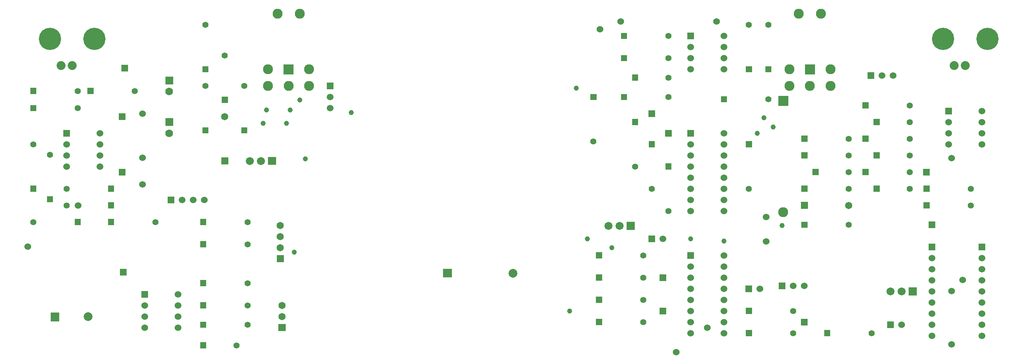
<source format=gbr>
G04 start of page 8 for group 6 idx 6 *
G04 Title: (unknown), signal2 *
G04 Creator: pcb 20091103 *
G04 CreationDate: Wed Apr 21 20:11:35 2010 UTC *
G04 For: fosse *
G04 Format: Gerber/RS-274X *
G04 PCB-Dimensions: 1200000 1000000 *
G04 PCB-Coordinate-Origin: lower left *
%MOIN*%
%FSLAX25Y25*%
%LNGROUP6*%
%ADD11C,0.0200*%
%ADD12C,0.0350*%
%ADD15C,0.0550*%
%ADD16C,0.0600*%
%ADD17C,0.0800*%
%ADD18C,0.2000*%
%ADD19C,0.0900*%
%ADD20C,0.0650*%
%ADD21C,0.0787*%
%ADD22C,0.0720*%
%ADD23C,0.0700*%
%ADD24C,0.0460*%
%ADD26C,0.0300*%
%ADD27C,0.0380*%
%ADD28C,0.0320*%
%ADD29C,0.0790*%
%ADD30C,0.0280*%
%ADD31C,0.0500*%
%ADD32C,0.0510*%
%ADD33C,0.0395*%
%ADD34C,0.0420*%
%ADD35C,0.0315*%
%ADD36C,0.0472*%
G54D11*G36*
X918250Y691750D02*Y686250D01*
X923750D01*
Y691750D01*
X918250D01*
G37*
G54D15*X951000Y689000D03*
G54D11*G36*
X913000Y734000D02*Y728000D01*
X919000D01*
Y734000D01*
X913000D01*
G37*
G54D16*X926000Y731000D03*
X936000D03*
G54D15*X951000Y704000D03*
G54D17*X991000Y740000D03*
G54D18*X981000Y764000D03*
G54D17*X1001000Y740000D03*
G54D18*X1021000Y764000D03*
G54D11*G36*
X983000Y702000D02*Y696000D01*
X989000D01*
Y702000D01*
X983000D01*
G37*
G54D16*X986000Y689000D03*
Y679000D03*
Y669000D03*
G54D11*G36*
X908250Y706750D02*Y701250D01*
X913750D01*
Y706750D01*
X908250D01*
G37*
G36*
X853250Y661750D02*Y656250D01*
X858750D01*
Y661750D01*
X853250D01*
G37*
G36*
X832500Y712500D02*Y703500D01*
X841500D01*
Y712500D01*
X832500D01*
G37*
G54D19*X842500Y721500D03*
X861000D03*
X879500D03*
G54D15*X823500Y709500D03*
G54D11*G36*
X853250Y676750D02*Y671250D01*
X858750D01*
Y676750D01*
X853250D01*
G37*
G36*
X820750Y739250D02*Y733750D01*
X826250D01*
Y739250D01*
X820750D01*
G37*
G36*
X856500Y741000D02*Y732000D01*
X865500D01*
Y741000D01*
X856500D01*
G37*
G54D19*X842500Y736500D03*
X879500D03*
X851000Y786500D03*
X871000D03*
G54D11*G36*
X963250Y616750D02*Y611250D01*
X968750D01*
Y616750D01*
X963250D01*
G37*
G36*
X963000Y647000D02*Y641000D01*
X969000D01*
Y647000D01*
X963000D01*
G37*
G36*
X963250Y631750D02*Y626250D01*
X968750D01*
Y631750D01*
X963250D01*
G37*
G54D15*X951000Y629000D03*
Y644000D03*
X896000Y659000D03*
G54D11*G36*
X908250Y676750D02*Y671250D01*
X913750D01*
Y676750D01*
X908250D01*
G37*
G54D15*X951000Y674000D03*
X896000D03*
G54D11*G36*
X918250Y631750D02*Y626250D01*
X923750D01*
Y631750D01*
X918250D01*
G37*
G36*
X908250Y646750D02*Y641250D01*
X913750D01*
Y646750D01*
X908250D01*
G37*
G36*
X853250Y631750D02*Y626250D01*
X858750D01*
Y631750D01*
X853250D01*
G37*
G36*
X863250Y646750D02*Y641250D01*
X868750D01*
Y646750D01*
X863250D01*
G37*
G54D15*X896000Y629000D03*
G54D20*Y614000D03*
G54D15*Y644000D03*
G54D11*G36*
X852750Y617250D02*Y610750D01*
X859250D01*
Y617250D01*
X852750D01*
G37*
G54D16*X1016000Y669000D03*
Y679000D03*
Y689000D03*
Y699000D03*
G54D11*G36*
X918250Y661750D02*Y656250D01*
X923750D01*
Y661750D01*
X918250D01*
G37*
G54D15*X951000Y659000D03*
G54D11*G36*
X968000Y599500D02*Y593500D01*
X974000D01*
Y599500D01*
X968000D01*
G37*
G54D15*X823500Y776500D03*
X733500Y729000D03*
G54D11*G36*
X780750Y712250D02*Y706750D01*
X786250D01*
Y712250D01*
X780750D01*
G37*
G36*
X668250Y531750D02*Y526250D01*
X673750D01*
Y531750D01*
X668250D01*
G37*
G54D15*X711000Y529000D03*
G54D11*G36*
X668250Y511750D02*Y506250D01*
X673750D01*
Y511750D01*
X668250D01*
G37*
G54D15*X711000Y509000D03*
G54D11*G36*
X530536Y556937D02*Y549063D01*
X538410D01*
Y556937D01*
X530536D01*
G37*
G54D21*X593528Y553000D03*
G54D16*X753500Y629000D03*
Y619000D03*
G54D11*G36*
X695900Y599100D02*Y591900D01*
X703100D01*
Y599100D01*
X695900D01*
G37*
G54D22*X689500Y595500D03*
X679500D03*
G54D15*X666000Y671500D03*
G54D11*G36*
X668250Y571750D02*Y566250D01*
X673750D01*
Y571750D01*
X668250D01*
G37*
G36*
Y551750D02*Y546250D01*
X673750D01*
Y551750D01*
X668250D01*
G37*
G36*
X715750Y671750D02*Y666250D01*
X721250D01*
Y671750D01*
X715750D01*
G37*
G54D15*X718500Y629000D03*
X711000Y569000D03*
G54D11*G36*
X715500Y587000D02*Y581000D01*
X721500D01*
Y587000D01*
X715500D01*
G37*
G54D16*X728500Y584000D03*
G54D15*X711000Y549000D03*
X703500Y649000D03*
G54D11*G36*
X725500Y552000D02*Y546000D01*
X731500D01*
Y552000D01*
X725500D01*
G37*
G36*
X750500Y572000D02*Y566000D01*
X756500D01*
Y572000D01*
X750500D01*
G37*
G54D16*X753500Y559000D03*
Y549000D03*
Y539000D03*
Y529000D03*
Y519000D03*
Y509000D03*
Y499000D03*
X783500D03*
Y509000D03*
Y519000D03*
G54D11*G36*
X725500Y522000D02*Y516000D01*
X731500D01*
Y522000D01*
X725500D01*
G37*
G36*
X803250Y501750D02*Y496250D01*
X808750D01*
Y501750D01*
X803250D01*
G37*
G36*
Y739250D02*Y733750D01*
X808750D01*
Y739250D01*
X803250D01*
G37*
G54D15*X806000Y776500D03*
G54D16*X783500Y736500D03*
Y746500D03*
Y756500D03*
Y766500D03*
G54D11*G36*
X730750Y651750D02*Y646250D01*
X736250D01*
Y651750D01*
X730750D01*
G37*
G54D16*X753500Y669000D03*
Y659000D03*
Y649000D03*
Y639000D03*
X783500Y619000D03*
Y629000D03*
Y639000D03*
Y649000D03*
Y659000D03*
Y669000D03*
Y679000D03*
G54D11*G36*
X750500Y682000D02*Y676000D01*
X756500D01*
Y682000D01*
X750500D01*
G37*
G36*
X715500Y699500D02*Y693500D01*
X721500D01*
Y699500D01*
X715500D01*
G37*
G36*
X730500Y682000D02*Y676000D01*
X736500D01*
Y682000D01*
X730500D01*
G37*
G36*
X700750Y691750D02*Y686250D01*
X706250D01*
Y691750D01*
X700750D01*
G37*
G36*
X803250Y671750D02*Y666250D01*
X808750D01*
Y671750D01*
X803250D01*
G37*
G54D15*X806000Y629000D03*
G54D11*G36*
X690750Y769250D02*Y763750D01*
X696250D01*
Y769250D01*
X690750D01*
G37*
G36*
Y714250D02*Y708750D01*
X696250D01*
Y714250D01*
X690750D01*
G37*
G36*
X663250D02*Y708750D01*
X668750D01*
Y714250D01*
X663250D01*
G37*
G36*
X690750Y749250D02*Y743750D01*
X696250D01*
Y749250D01*
X690750D01*
G37*
G54D15*X733500Y766500D03*
G54D11*G36*
X750500Y769500D02*Y763500D01*
X756500D01*
Y769500D01*
X750500D01*
G37*
G54D16*X753500Y756500D03*
G54D15*X733500Y711500D03*
G54D16*X753500Y746500D03*
Y736500D03*
G54D15*X733500Y746500D03*
G54D11*G36*
X700750Y731750D02*Y726250D01*
X706250D01*
Y731750D01*
X700750D01*
G37*
G36*
X949900Y540100D02*Y532900D01*
X957100D01*
Y540100D01*
X949900D01*
G37*
G54D22*X943500Y536500D03*
X933500D03*
G54D15*X916500Y499000D03*
G54D11*G36*
X930500Y509500D02*Y503500D01*
X936500D01*
Y509500D01*
X930500D01*
G37*
G54D16*X943500Y506500D03*
G54D19*X837000Y608000D03*
G54D11*G36*
X853250Y599250D02*Y593750D01*
X858750D01*
Y599250D01*
X853250D01*
G37*
G54D15*X896000Y596500D03*
X733500Y609000D03*
G54D16*X753500D03*
X783500D03*
Y539000D03*
Y549000D03*
Y559000D03*
Y569000D03*
G54D15*X1006000Y614000D03*
Y629000D03*
G54D11*G36*
X1013000Y579500D02*Y573500D01*
X1019000D01*
Y579500D01*
X1013000D01*
G37*
G54D16*X1016000Y566500D03*
Y556500D03*
Y546500D03*
Y536500D03*
Y526500D03*
Y516500D03*
Y506500D03*
Y496500D03*
X783500Y529000D03*
G54D11*G36*
X833000Y544500D02*Y538500D01*
X839000D01*
Y544500D01*
X833000D01*
G37*
G54D16*X846000Y541500D03*
X856000D03*
G54D11*G36*
X873750Y501750D02*Y496250D01*
X879250D01*
Y501750D01*
X873750D01*
G37*
G54D15*X846000Y499000D03*
G54D11*G36*
X853000Y512000D02*Y506000D01*
X859000D01*
Y512000D01*
X853000D01*
G37*
G36*
X803250Y521750D02*Y516250D01*
X808750D01*
Y521750D01*
X803250D01*
G37*
G54D15*X846000Y519000D03*
G54D11*G36*
X803000Y542000D02*Y536000D01*
X809000D01*
Y542000D01*
X803000D01*
G37*
G54D16*X816000Y539000D03*
G54D11*G36*
X968000Y579500D02*Y573500D01*
X974000D01*
Y579500D01*
X968000D01*
G37*
G54D16*X971000Y566500D03*
Y556500D03*
Y546500D03*
Y536500D03*
Y526500D03*
Y516500D03*
Y506500D03*
Y496500D03*
G54D11*G36*
X311750Y490750D02*Y485250D01*
X317250D01*
Y490750D01*
X311750D01*
G37*
G36*
Y509250D02*Y503750D01*
X317250D01*
Y509250D01*
X311750D01*
G37*
G36*
X239500Y557000D02*Y551000D01*
X245500D01*
Y557000D01*
X239500D01*
G37*
G36*
X238500Y647000D02*Y641000D01*
X244500D01*
Y647000D01*
X238500D01*
G37*
G36*
X259000Y537000D02*Y531000D01*
X265000D01*
Y537000D01*
X259000D01*
G37*
G54D16*X262000Y524000D03*
Y514000D03*
Y504000D03*
X292000D03*
Y514000D03*
Y524000D03*
Y534000D03*
G54D11*G36*
X311750Y526750D02*Y521250D01*
X317250D01*
Y526750D01*
X311750D01*
G37*
G36*
Y546750D02*Y541250D01*
X317250D01*
Y546750D01*
X311750D01*
G37*
G54D21*X210961Y514000D03*
G54D11*G36*
X177102Y517544D02*Y509670D01*
X184976D01*
Y517544D01*
X177102D01*
G37*
G36*
X210250Y719750D02*Y714250D01*
X215750D01*
Y719750D01*
X210250D01*
G37*
G54D17*X196500Y740000D03*
G54D18*X216500Y764000D03*
G54D11*G36*
X241000Y740500D02*Y734500D01*
X247000D01*
Y740500D01*
X241000D01*
G37*
G54D15*X201500Y717000D03*
G54D17*X186500Y740000D03*
G54D18*X176500Y764000D03*
G54D11*G36*
X158750Y704250D02*Y698750D01*
X164250D01*
Y704250D01*
X158750D01*
G37*
G36*
Y719750D02*Y714250D01*
X164250D01*
Y719750D01*
X158750D01*
G37*
G54D15*X253000Y717000D03*
X316500Y721500D03*
G54D11*G36*
X331250Y711750D02*Y706250D01*
X336750D01*
Y711750D01*
X331250D01*
G37*
G54D23*X284000Y716500D03*
G54D11*G36*
X280500Y692500D02*Y685500D01*
X287500D01*
Y692500D01*
X280500D01*
G37*
G54D23*X284000Y679000D03*
G54D11*G36*
X280500Y730000D02*Y723000D01*
X287500D01*
Y730000D01*
X280500D01*
G37*
G54D15*X201500Y701500D03*
G54D11*G36*
X238500Y697000D02*Y691000D01*
X244500D01*
Y697000D01*
X238500D01*
G37*
G36*
X158750Y631750D02*Y626250D01*
X164250D01*
Y631750D01*
X158750D01*
G37*
G54D15*X161500Y669000D03*
Y599000D03*
G54D11*G36*
X228750Y616750D02*Y611250D01*
X234250D01*
Y616750D01*
X228750D01*
G37*
G36*
Y601750D02*Y596250D01*
X234250D01*
Y601750D01*
X228750D01*
G37*
G36*
Y631750D02*Y626250D01*
X234250D01*
Y631750D01*
X228750D01*
G37*
G54D15*X191500Y614000D03*
G54D11*G36*
X198750Y601750D02*Y596250D01*
X204250D01*
Y601750D01*
X198750D01*
G37*
G54D15*X191500Y629000D03*
G54D11*G36*
X173750Y622250D02*Y616750D01*
X179250D01*
Y622250D01*
X173750D01*
G37*
G54D16*X221500Y649000D03*
Y659000D03*
Y669000D03*
Y679000D03*
G54D11*G36*
X188500Y682000D02*Y676000D01*
X194500D01*
Y682000D01*
X188500D01*
G37*
G54D16*X191500Y669000D03*
Y659000D03*
Y649000D03*
G54D15*X176500Y659500D03*
G54D11*G36*
X313750Y684250D02*Y678750D01*
X319250D01*
Y684250D01*
X313750D01*
G37*
G54D20*X334000Y694000D03*
G54D11*G36*
X348750Y684250D02*Y678750D01*
X354250D01*
Y684250D01*
X348750D01*
G37*
G54D15*X351500Y721500D03*
G54D11*G36*
X330750Y657250D02*Y650750D01*
X337250D01*
Y657250D01*
X330750D01*
G37*
G36*
X372900Y657600D02*Y650400D01*
X380100D01*
Y657600D01*
X372900D01*
G37*
G54D22*X366500Y654000D03*
X356500D03*
G54D11*G36*
X426000Y724500D02*Y718500D01*
X432000D01*
Y724500D01*
X426000D01*
G37*
G54D16*X429000Y711500D03*
Y701500D03*
G54D19*X410000Y736500D03*
Y721500D03*
G54D15*X334000Y749000D03*
G54D11*G36*
X313750Y739250D02*Y733750D01*
X319250D01*
Y739250D01*
X313750D01*
G37*
G54D15*X316500Y776500D03*
G54D19*X381500Y786500D03*
G54D11*G36*
X387000Y741000D02*Y732000D01*
X396000D01*
Y741000D01*
X387000D01*
G37*
G54D19*X373000Y736500D03*
Y721500D03*
X391500D03*
X401500Y786500D03*
G54D15*X344500Y488000D03*
X354500Y524000D03*
Y506500D03*
G54D11*G36*
X382250Y507250D02*Y500750D01*
X388750D01*
Y507250D01*
X382250D01*
G37*
G54D20*X385500Y514000D03*
Y524000D03*
G54D11*G36*
X282500Y622000D02*Y616000D01*
X288500D01*
Y622000D01*
X282500D01*
G37*
G54D16*X295500Y619000D03*
X305500D03*
X315500D03*
G54D11*G36*
X311750Y601750D02*Y596250D01*
X317250D01*
Y601750D01*
X311750D01*
G37*
G54D15*X271500Y599000D03*
X354500D03*
G54D11*G36*
X311750Y581750D02*Y576250D01*
X317250D01*
Y581750D01*
X311750D01*
G37*
G36*
X380750Y569250D02*Y562750D01*
X387250D01*
Y569250D01*
X380750D01*
G37*
G54D20*X384000Y576000D03*
Y586000D03*
Y596000D03*
G54D15*X354500Y579000D03*
Y544000D03*
G54D24*X644500Y519000D03*
X660500Y584000D03*
X783500Y582000D03*
X753500Y584000D03*
X682500Y576000D03*
G54D16*X777000Y779500D03*
X768500Y504000D03*
X740500Y482000D03*
X672000Y772500D03*
G54D24*X650500Y719500D03*
G54D16*X690500Y779500D03*
X821500Y581500D03*
G54D24*X836000Y596000D03*
G54D16*X821500Y603500D03*
G54D24*X813500Y679000D03*
G54D16*X988500Y656500D03*
Y489000D03*
X998500Y547000D03*
X988500Y537000D03*
G54D24*X819500Y693000D03*
X828000Y684500D03*
G54D16*X156500Y577000D03*
X260000Y633000D03*
Y657000D03*
X202000Y614000D03*
G54D24*X406500Y656000D03*
X389500Y688000D03*
X393000Y700000D03*
X368500Y688000D03*
X371500Y700000D03*
G54D16*X260000Y696500D03*
G54D24*X401500Y709000D03*
X448000Y697500D03*
X396500Y572000D03*
G54D26*G54D27*G54D26*G54D28*G54D29*G54D28*G54D29*G54D30*G54D26*G54D31*G54D32*G54D26*G54D32*G54D26*G54D27*G54D26*G54D11*G54D26*G54D11*G54D30*G54D26*G54D27*G54D26*G54D33*G54D30*G54D34*G54D26*G54D27*G54D30*G54D27*G54D26*G54D30*G54D26*G54D30*G54D27*G54D26*G54D30*G54D26*G54D30*G54D26*G54D34*G54D26*G54D31*G54D26*G54D30*G54D26*G54D27*G54D30*G54D27*G54D26*G54D27*G54D26*G54D27*G54D26*G54D27*G54D30*G54D26*G54D35*G54D26*G54D28*G54D29*G54D27*G54D26*G54D28*G54D29*G54D26*G54D30*G54D36*G54D26*G54D27*G54D26*G54D30*G54D26*G54D11*G54D26*G54D11*G54D34*G54D27*G54D32*G54D26*G54D32*G54D26*G54D27*G54D26*G54D27*G54D26*G54D11*G54D12*G54D11*G54D12*G54D11*G54D12*G54D11*G54D12*G54D11*G54D12*G54D11*G54D12*G54D11*M02*

</source>
